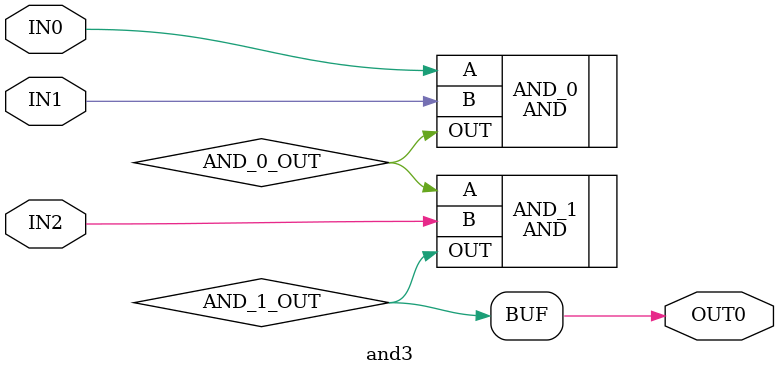
<source format=v>
module and3(
	output OUT0,
	input IN0,
	input IN1,
	input IN2
);

wire AND_0_OUT;
wire AND_1_OUT;

AND AND_0(
	.OUT (AND_0_OUT),
	.A (IN0),
	.B (IN1)
);
	
AND AND_1(
	.OUT (AND_1_OUT),
	.A (AND_0_OUT),
	.B (IN2)
);
	
assign OUT0 = AND_1_OUT;

endmodule

</source>
